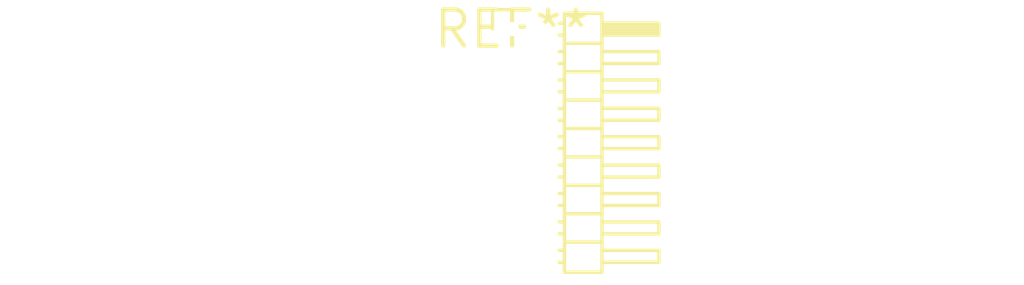
<source format=kicad_pcb>
(kicad_pcb (version 20240108) (generator pcbnew)
  (layers (0 "F.Cu" signal) (31 "B.Cu" signal) (34 "B.Paste" user) (35 "F.Paste" user) (36 "B.SilkS" user "B.Silkscreen") (37 "F.SilkS" user "F.Silkscreen") (38 "B.Mask" user) (39 "F.Mask" user) (44 "Edge.Cuts" user))
  (net 0 "")
  (footprint "PinHeader_2x09_P1.00mm_Horizontal" (layer "F.Cu") (at 0 0)
    (property "Reference" "REF**")
    (property "Value" "PinHeader_2x09_P1.00mm_Horizontal")
    (fp_line (start -0.685 -0.685) (end 0 -0.685) (layer "F.SilkS") (stroke (width 0.12)))
    (fp_line (start -0.685 0) (end -0.685 -0.685) (layer "F.SilkS") (stroke (width 0.12)))
    (fp_line (start 1.652016 -0.21) (end 1.84 -0.21) (layer "F.SilkS") (stroke (width 0.12)))
    (fp_line (start 1.652016 0.21) (end 1.84 0.21) (layer "F.SilkS") (stroke (width 0.12)))
    (fp_line (start 1.652016 0.79) (end 1.84 0.79) (layer "F.SilkS") (stroke (width 0.12)))
    (fp_line (start 1.652016 1.21) (end 1.84 1.21) (layer "F.SilkS") (stroke (width 0.12)))
    (fp_line (start 1.652016 1.79) (end 1.84 1.79) (layer "F.SilkS") (stroke (width 0.12)))
    (fp_line (start 1.652016 2.21) (end 1.84 2.21) (layer "F.SilkS") (stroke (width 0.12)))
    (fp_line (start 1.652016 2.79) (end 1.84 2.79) (layer "F.SilkS") (stroke (width 0.12)))
    (fp_line (start 1.652016 3.21) (end 1.84 3.21) (layer "F.SilkS") (stroke (width 0.12)))
    (fp_line (start 1.652016 3.79) (end 1.84 3.79) (layer "F.SilkS") (stroke (width 0.12)))
    (fp_line (start 1.652016 4.21) (end 1.84 4.21) (layer "F.SilkS") (stroke (width 0.12)))
    (fp_line (start 1.652016 4.79) (end 1.84 4.79) (layer "F.SilkS") (stroke (width 0.12)))
    (fp_line (start 1.652016 5.21) (end 1.84 5.21) (layer "F.SilkS") (stroke (width 0.12)))
    (fp_line (start 1.652016 5.79) (end 1.84 5.79) (layer "F.SilkS") (stroke (width 0.12)))
    (fp_line (start 1.652016 6.21) (end 1.84 6.21) (layer "F.SilkS") (stroke (width 0.12)))
    (fp_line (start 1.652016 6.79) (end 1.84 6.79) (layer "F.SilkS") (stroke (width 0.12)))
    (fp_line (start 1.652016 7.21) (end 1.84 7.21) (layer "F.SilkS") (stroke (width 0.12)))
    (fp_line (start 1.652016 7.79) (end 1.84 7.79) (layer "F.SilkS") (stroke (width 0.12)))
    (fp_line (start 1.652016 8.21) (end 1.84 8.21) (layer "F.SilkS") (stroke (width 0.12)))
    (fp_line (start 1.84 -0.56) (end 1.84 8.56) (layer "F.SilkS") (stroke (width 0.12)))
    (fp_line (start 1.84 0.5) (end 3.16 0.5) (layer "F.SilkS") (stroke (width 0.12)))
    (fp_line (start 1.84 1.5) (end 3.16 1.5) (layer "F.SilkS") (stroke (width 0.12)))
    (fp_line (start 1.84 2.5) (end 3.16 2.5) (layer "F.SilkS") (stroke (width 0.12)))
    (fp_line (start 1.84 3.5) (end 3.16 3.5) (layer "F.SilkS") (stroke (width 0.12)))
    (fp_line (start 1.84 4.5) (end 3.16 4.5) (layer "F.SilkS") (stroke (width 0.12)))
    (fp_line (start 1.84 5.5) (end 3.16 5.5) (layer "F.SilkS") (stroke (width 0.12)))
    (fp_line (start 1.84 6.5) (end 3.16 6.5) (layer "F.SilkS") (stroke (width 0.12)))
    (fp_line (start 1.84 7.5) (end 3.16 7.5) (layer "F.SilkS") (stroke (width 0.12)))
    (fp_line (start 1.84 8.56) (end 3.16 8.56) (layer "F.SilkS") (stroke (width 0.12)))
    (fp_line (start 3.16 -0.56) (end 1.84 -0.56) (layer "F.SilkS") (stroke (width 0.12)))
    (fp_line (start 3.16 -0.21) (end 5.16 -0.21) (layer "F.SilkS") (stroke (width 0.12)))
    (fp_line (start 3.16 -0.15) (end 5.16 -0.15) (layer "F.SilkS") (stroke (width 0.12)))
    (fp_line (start 3.16 -0.03) (end 5.16 -0.03) (layer "F.SilkS") (stroke (width 0.12)))
    (fp_line (start 3.16 0.09) (end 5.16 0.09) (layer "F.SilkS") (stroke (width 0.12)))
    (fp_line (start 3.16 0.79) (end 5.16 0.79) (layer "F.SilkS") (stroke (width 0.12)))
    (fp_line (start 3.16 1.79) (end 5.16 1.79) (layer "F.SilkS") (stroke (width 0.12)))
    (fp_line (start 3.16 2.79) (end 5.16 2.79) (layer "F.SilkS") (stroke (width 0.12)))
    (fp_line (start 3.16 3.79) (end 5.16 3.79) (layer "F.SilkS") (stroke (width 0.12)))
    (fp_line (start 3.16 4.79) (end 5.16 4.79) (layer "F.SilkS") (stroke (width 0.12)))
    (fp_line (start 3.16 5.79) (end 5.16 5.79) (layer "F.SilkS") (stroke (width 0.12)))
    (fp_line (start 3.16 6.79) (end 5.16 6.79) (layer "F.SilkS") (stroke (width 0.12)))
    (fp_line (start 3.16 7.79) (end 5.16 7.79) (layer "F.SilkS") (stroke (width 0.12)))
    (fp_line (start 3.16 8.56) (end 3.16 -0.56) (layer "F.SilkS") (stroke (width 0.12)))
    (fp_line (start 5.16 -0.21) (end 5.16 0.21) (layer "F.SilkS") (stroke (width 0.12)))
    (fp_line (start 5.16 0.21) (end 3.16 0.21) (layer "F.SilkS") (stroke (width 0.12)))
    (fp_line (start 5.16 0.79) (end 5.16 1.21) (layer "F.SilkS") (stroke (width 0.12)))
    (fp_line (start 5.16 1.21) (end 3.16 1.21) (layer "F.SilkS") (stroke (width 0.12)))
    (fp_line (start 5.16 1.79) (end 5.16 2.21) (layer "F.SilkS") (stroke (width 0.12)))
    (fp_line (start 5.16 2.21) (end 3.16 2.21) (layer "F.SilkS") (stroke (width 0.12)))
    (fp_line (start 5.16 2.79) (end 5.16 3.21) (layer "F.SilkS") (stroke (width 0.12)))
    (fp_line (start 5.16 3.21) (end 3.16 3.21) (layer "F.SilkS") (stroke (width 0.12)))
    (fp_line (start 5.16 3.79) (end 5.16 4.21) (layer "F.SilkS") (stroke (width 0.12)))
    (fp_line (start 5.16 4.21) (end 3.16 4.21) (layer "F.SilkS") (stroke (width 0.12)))
    (fp_line (start 5.16 4.79) (end 5.16 5.21) (layer "F.SilkS") (stroke (width 0.12)))
    (fp_line (start 5.16 5.21) (end 3.16 5.21) (layer "F.SilkS") (stroke (width 0.12)))
    (fp_line (start 5.16 5.79) (end 5.16 6.21) (layer "F.SilkS") (stroke (width 0.12)))
    (fp_line (start 5.16 6.21) (end 3.16 6.21) (layer "F.SilkS") (stroke (width 0.12)))
    (fp_line (start 5.16 6.79) (end 5.16 7.21) (layer "F.SilkS") (stroke (width 0.12)))
    (fp_line (start 5.16 7.21) (end 3.16 7.21) (layer "F.SilkS") (stroke (width 0.12)))
    (fp_line (start 5.16 7.79) (end 5.16 8.21) (layer "F.SilkS") (stroke (width 0.12)))
    (fp_line (start 5.16 8.21) (end 3.16 8.21) (layer "F.SilkS") (stroke (width 0.12)))
    (pad "1" thru_hole rect (at 0 0) (size 0.85 0.85) (drill 0.5) (layers *.Cu *.Mask) (remove_unused_layers))
    (pad "2" thru_hole oval (at 1 0) (size 0.85 0.85) (drill 0.5) (layers *.Cu *.Mask) (remove_unused_layers))
    (pad "3" thru_hole oval (at 0 1) (size 0.85 0.85) (drill 0.5) (layers *.Cu *.Mask) (remove_unused_layers))
    (pad "4" thru_hole oval (at 1 1) (size 0.85 0.85) (drill 0.5) (layers *.Cu *.Mask) (remove_unused_layers))
    (pad "5" thru_hole oval (at 0 2) (size 0.85 0.85) (drill 0.5) (layers *.Cu *.Mask) (remove_unused_layers))
    (pad "6" thru_hole oval (at 1 2) (size 0.85 0.85) (drill 0.5) (layers *.Cu *.Mask) (remove_unused_layers))
    (pad "7" thru_hole oval (at 0 3) (size 0.85 0.85) (drill 0.5) (layers *.Cu *.Mask) (remove_unused_layers))
    (pad "8" thru_hole oval (at 1 3) (size 0.85 0.85) (drill 0.5) (layers *.Cu *.Mask) (remove_unused_layers))
    (pad "9" thru_hole oval (at 0 4) (size 0.85 0.85) (drill 0.5) (layers *.Cu *.Mask) (remove_unused_layers))
    (pad "10" thru_hole oval (at 1 4) (size 0.85 0.85) (drill 0.5) (layers *.Cu *.Mask) (remove_unused_layers))
    (pad "11" thru_hole oval (at 0 5) (size 0.85 0.85) (drill 0.5) (layers *.Cu *.Mask) (remove_unused_layers))
    (pad "12" thru_hole oval (at 1 5) (size 0.85 0.85) (drill 0.5) (layers *.Cu *.Mask) (remove_unused_layers))
    (pad "13" thru_hole oval (at 0 6) (size 0.85 0.85) (drill 0.5) (layers *.Cu *.Mask) (remove_unused_layers))
    (pad "14" thru_hole oval (at 1 6) (size 0.85 0.85) (drill 0.5) (layers *.Cu *.Mask) (remove_unused_layers))
    (pad "15" thru_hole oval (at 0 7) (size 0.85 0.85) (drill 0.5) (layers *.Cu *.Mask) (remove_unused_layers))
    (pad "16" thru_hole oval (at 1 7) (size 0.85 0.85) (drill 0.5) (layers *.Cu *.Mask) (remove_unused_layers))
    (pad "17" thru_hole oval (at 0 8) (size 0.85 0.85) (drill 0.5) (layers *.Cu *.Mask) (remove_unused_layers))
    (pad "18" thru_hole oval (at 1 8) (size 0.85 0.85) (drill 0.5) (layers *.Cu *.Mask) (remove_unused_layers))
  )
)
</source>
